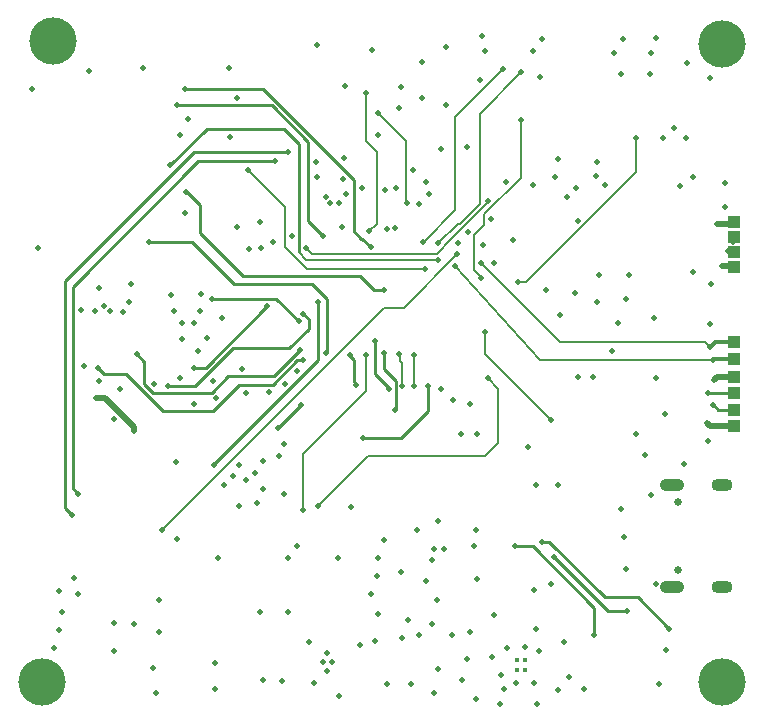
<source format=gbl>
%FSTAX23Y23*%
%MOIN*%
%SFA1B1*%

%IPPOS*%
%AMD104*
4,1,8,-0.035400,0.000000,-0.035400,0.000000,-0.015700,-0.019700,0.015700,-0.019700,0.035400,0.000000,0.035400,0.000000,0.015700,0.019700,-0.015700,0.019700,-0.035400,0.000000,0.0*
1,1,0.039370,-0.015700,0.000000*
1,1,0.039370,-0.015700,0.000000*
1,1,0.039370,0.015700,0.000000*
1,1,0.039370,0.015700,0.000000*
%
%AMD105*
4,1,8,-0.041300,0.000000,-0.041300,0.000000,-0.021700,-0.019700,0.021700,-0.019700,0.041300,0.000000,0.041300,0.000000,0.021700,0.019700,-0.021700,0.019700,-0.041300,0.000000,0.0*
1,1,0.039370,-0.021700,0.000000*
1,1,0.039370,-0.021700,0.000000*
1,1,0.039370,0.021700,0.000000*
1,1,0.039370,0.021700,0.000000*
%
%ADD33R,0.039370X0.039370*%
%ADD95C,0.009843*%
%ADD96C,0.007874*%
%ADD97C,0.019685*%
%ADD102C,0.010000*%
%ADD103C,0.011811*%
G04~CAMADD=104~8~0.0~0.0~393.7~708.7~196.9~0.0~15~0.0~0.0~0.0~0.0~0~0.0~0.0~0.0~0.0~0~0.0~0.0~0.0~90.0~708.0~394.0*
%ADD104D104*%
G04~CAMADD=105~8~0.0~0.0~393.7~826.8~196.9~0.0~15~0.0~0.0~0.0~0.0~0~0.0~0.0~0.0~0.0~0~0.0~0.0~0.0~90.0~827.0~393.0*
%ADD105D105*%
%ADD106C,0.157480*%
%ADD107C,0.019685*%
%ADD108C,0.025591*%
%ADD109C,0.019685*%
%ADD110C,0.015748*%
%LNrelia-1*%
%LPD*%
G54D33*
X02425Y015D03*
Y01135D03*
Y0165D03*
Y0155D03*
Y016D03*
Y01195D03*
Y0108D03*
Y01025D03*
Y0097D03*
Y0125D03*
G54D95*
X01259Y01424D02*
X0126Y01425D01*
X01225Y01424D02*
X01259D01*
X00685Y01395D02*
X009D01*
X00667Y01962D02*
X00924D01*
X00545Y0184D02*
X00667Y01962D01*
X00595Y02095D02*
X00855D01*
X01157Y01792*
X00885Y0204D02*
X01005Y01919D01*
X0057Y0204D02*
X00885D01*
X02345Y01235D02*
X02347D01*
X0234Y0108D02*
X02425D01*
X02355Y0104D02*
X02357D01*
X02372Y01025*
X02425*
X00645Y01615D02*
Y01707D01*
Y01615D02*
X00787Y01472D01*
X00602Y0175D02*
X00645Y01707D01*
X006Y0175D02*
X00602D01*
X01145Y01204D02*
X01159Y0119D01*
X01145Y01204D02*
Y01207D01*
X01159Y01118D02*
X01165Y01112D01*
X01159Y01118D02*
Y0119D01*
X01165Y01109D02*
Y01112D01*
X01005Y01654D02*
X01055Y01605D01*
X01005Y01654D02*
Y01919D01*
X01838Y00521D02*
D01*
X02005Y00355D01*
X01825Y00535D02*
X01838Y00521D01*
X02005Y00355D02*
X0207D01*
X00787Y01472D02*
X01177D01*
X01225Y01424*
X01294Y01025D02*
Y01027D01*
X01297Y01031*
X0126Y0116D02*
X01297Y01122D01*
Y01031D02*
Y01122D01*
X0126Y0116D02*
Y01215D01*
X00475Y01585D02*
X0062D01*
X0102Y01445D02*
X0107Y01395D01*
X0062Y01585D02*
X0076Y01445D01*
X0102*
X01064Y01215D02*
Y01217D01*
X0107Y01223*
Y01395*
X01157Y01622D02*
Y01792D01*
X01186Y01596D02*
X01215Y01568D01*
X01157Y01622D02*
X01183Y01596D01*
X01186*
X01275Y01095D02*
Y01097D01*
X0123Y01143D02*
Y01255D01*
Y01143D02*
X01275Y01097D01*
X00924Y01962D02*
X00975Y01912D01*
Y0155D02*
Y01912D01*
X00692Y00844D02*
X00886Y01038D01*
X00692Y00842D02*
Y00844D01*
X00905Y00964D02*
D01*
X00982Y01042D02*
D01*
X00905Y00964D02*
X00982Y01042D01*
X00886Y01038D02*
X0104Y01192D01*
X00886Y01038D02*
D01*
X0104Y01192D02*
Y01385D01*
X009Y01395D02*
X00975Y0132D01*
X01315Y0093D02*
X01405Y0102D01*
X0119Y0093D02*
X01315D01*
X01405Y0102D02*
Y01105D01*
X0097Y0119D02*
X0099D01*
X00887Y01107D02*
X0097Y0119D01*
X0046Y0111D02*
Y01185D01*
Y0111D02*
X00487Y01082D01*
X00398Y01146D02*
X00522Y01022D01*
X00487Y01082D02*
X00685D01*
X00522Y01022D02*
X00689D01*
X00324Y01146D02*
X00398D01*
X00774Y01107D02*
X00887D01*
X00892Y01137D02*
X0098Y01225D01*
X01007Y01295D02*
Y01327D01*
X0099Y01345D02*
X01007Y01327D01*
X0074Y01137D02*
X00892D01*
X01785Y00585D02*
X0181D01*
X01995Y004D02*
X02105D01*
X0181Y00585D02*
X01995Y004D01*
X02105D02*
X0221Y00295D01*
X01755Y0057D02*
X0196Y00365D01*
X01695Y0057D02*
X01755D01*
X0196Y00275D02*
Y00365D01*
X00305Y01165D02*
X00324Y01146D01*
X00435Y0121D02*
X0046Y01185D01*
X00689Y01022D02*
X00774Y01107D01*
X00685Y01082D02*
X0074Y01137D01*
X0063Y01105D02*
X00755Y0123D01*
X0054Y01105D02*
X0063D01*
X00755Y0123D02*
X00942D01*
X01007Y01295*
X00665Y01165D02*
X0087Y0137D01*
X00625Y01165D02*
X00665D01*
G54D96*
X012Y0192D02*
Y0208D01*
Y0192D02*
X01235Y01885D01*
X01593Y01677D02*
X01715Y01799D01*
Y0199*
X0124Y02015D02*
X01333Y01921D01*
X01495Y02D02*
X01655Y0216D01*
X01495Y0169D02*
Y02D01*
X01503Y01543D02*
X01503D01*
X0126Y01365D02*
X01324D01*
X01503Y01543*
X0178Y0119D02*
X01781D01*
X01495Y01505D02*
X01777Y01192D01*
X0178Y0119*
X00928Y01569D02*
Y01701D01*
X00805Y01825D02*
X00928Y01701D01*
X0052Y00625D02*
X0126Y01365D01*
X01001Y01496D02*
X01393D01*
X00928Y01569D02*
X01001Y01496D01*
X01436Y01546D02*
X01482Y01593D01*
X01018Y01546D02*
X01436D01*
X01393Y01496D02*
X01395Y01495D01*
X01Y01525D02*
X0144D01*
X00975Y0155D02*
X01Y01525D01*
X01333Y01716D02*
Y01921D01*
Y01716D02*
X01335Y01715D01*
X01Y01565D02*
X01018Y01546D01*
X0144Y01581D02*
X01505Y01646D01*
X01438Y01581D02*
X0144D01*
X0139Y01586D02*
X01391D01*
X01495Y0169*
X0136Y01105D02*
Y01207D01*
X012Y01087D02*
Y01207D01*
X01312Y01189D02*
X0132Y01181D01*
X0131Y0121D02*
X01312Y01207D01*
Y01189D02*
Y01207D01*
X0132Y01105D02*
Y01181D01*
X01511Y01646D02*
X01577Y01712D01*
X01505Y01646D02*
X01511D01*
X01482Y01593D02*
Y01595D01*
X01605Y01717*
X01595Y0121D02*
X01815Y0099D01*
X01595Y0121D02*
Y01285D01*
X0099Y00877D02*
X012Y01087D01*
X0099Y0069D02*
Y00877D01*
X01235Y01645D02*
Y01885D01*
X0121Y0162D02*
X01235Y01645D01*
X01593Y01642D02*
Y01677D01*
X01559Y01609D02*
X01593Y01642D01*
X01559Y0149D02*
Y01609D01*
Y0149D02*
X01579Y0147D01*
Y01467D02*
Y0147D01*
Y01467D02*
X01581Y01465D01*
X01605Y01717D02*
Y0172D01*
X01581Y01514D02*
X01846Y0125D01*
X0233*
X01605Y0113D02*
X0164Y01095D01*
Y00915D02*
Y01095D01*
X01595Y0087D02*
X0164Y00915D01*
X01205Y0087D02*
X01595D01*
X0104Y00705D02*
X01205Y0087D01*
X01577Y01712D02*
Y02012D01*
X01715Y0215*
X01706Y01452D02*
X01733D01*
X021Y01819*
Y0193*
X01781Y0119D02*
X02355D01*
X0233Y0125D02*
X02345Y01235D01*
G54D97*
X02385Y01505D02*
X0242D01*
X02425Y015*
X0237Y01135D02*
X02425D01*
X0236Y01125D02*
X0237Y01135D01*
X02335Y0098D02*
X02345Y0097D01*
X02425*
X0242Y01645D02*
X02425Y0165D01*
X0237Y01645D02*
X0242D01*
X00425Y00955D02*
Y00968D01*
X00328Y01065D02*
X00425Y00968D01*
X003Y01065D02*
X00328D01*
G54D102*
X00195Y00699D02*
X0022Y00675D01*
X00195Y00699D02*
Y01455D01*
X00221Y00763D02*
Y01436D01*
X00195Y01455D02*
X00625Y01885D01*
X0094*
X0064Y01855D02*
X00895D01*
X00221Y01436D02*
X0064Y01855D01*
X00221Y00763D02*
X0024Y00745D01*
G54D103*
X02347Y01235D02*
X02362Y0125D01*
X02425*
X02355Y0119D02*
X02357D01*
X02362Y01195*
X02425*
G54D104*
X02385Y00775D03*
Y00435D03*
G54D105*
X0222Y00775D03*
Y00435D03*
G54D106*
X00155Y02255D03*
X00118Y00118D03*
X02384D03*
Y02244D03*
G54D107*
X01085Y00185D03*
X0107Y00215D03*
X01055Y00185D03*
X0107Y00155D03*
G54D108*
X0224Y00718D03*
Y00491D03*
G54D109*
X00585Y01315D03*
X0077Y02065D03*
X00742Y02165D03*
X0124Y02015D03*
X01715Y0199D03*
X0178Y02135D03*
X0158Y02125D03*
X01503Y01543D03*
X01495Y01505D03*
X0126Y01425D03*
X0226Y00845D03*
X0234Y0092D03*
X02345Y0131D03*
X02075Y01475D03*
X01976D03*
X01955Y01135D03*
X01905D03*
X0031Y0143D03*
X00415Y01445D03*
X0041Y01385D03*
X0039Y0135D03*
X00325Y0137D03*
X00295Y01355D03*
X00248Y01359D03*
X00345Y01355D03*
X0065Y0141D03*
X0055Y01407D03*
X0056Y01355D03*
X00645D03*
X00685Y01395D03*
X00718Y01331D03*
X00625Y01315D03*
X0064Y0122D03*
X0067Y01265D03*
X00585Y01261D03*
X017Y00115D03*
X01765Y00294D03*
X01775Y0022D03*
X0173Y00233D03*
X0176Y00115D03*
X01375Y00275D03*
X0142Y0031D03*
X0057Y00595D03*
X0162Y002D03*
X0123Y00255D03*
X0124Y00345D03*
X0127Y0011D03*
X0135D03*
X0144Y0016D03*
X01535Y00195D03*
X0166Y00095D03*
X0227Y0218D03*
X02345Y0213D03*
X02395Y0178D03*
X0219Y0193D03*
X0215Y02215D03*
X02055Y0226D03*
X02025Y02215D03*
X0205Y02145D03*
X01995Y01775D03*
X0197Y0185D03*
X02395Y017D03*
X02385Y01505D03*
X0235Y01445D03*
X0236Y01125D03*
X0229Y01485D03*
X02065Y01395D03*
X0216Y0133D03*
X01785Y0226D03*
X0184Y0186D03*
X01595Y0222D03*
X01755D03*
X01465Y02235D03*
X01535Y019D03*
X01755Y01775D03*
X01615Y0166D03*
X0145Y01895D03*
X0169Y0159D03*
X01845Y0134D03*
X018Y01425D03*
X01504Y0158D03*
X0145Y01095D03*
X0213Y00875D03*
X0215Y0074D03*
X0184Y00775D03*
X01765D03*
X0206Y006D03*
X02065Y00495D03*
X0205Y00695D03*
X02165Y00445D03*
X022Y00225D03*
X02175Y0011D03*
X01925Y00095D03*
X0186Y0025D03*
X01815Y00445D03*
X0176Y00425D03*
X01875Y00135D03*
X0177Y00045D03*
X0157Y00945D03*
Y0046D03*
X01565Y00625D03*
X01625Y0034D03*
X01515Y00945D03*
X0144Y00655D03*
X01435Y0039D03*
X01545Y00285D03*
X01485Y00275D03*
X0167Y0023D03*
X0165Y0014D03*
X0152Y00125D03*
X01565Y0006D03*
X01645Y00045D03*
X01385Y02185D03*
X01315Y021D03*
X0122Y02225D03*
X0131Y0203D03*
X01355Y01824D03*
X014Y01784D03*
X013Y01765D03*
X0124Y0194D03*
X0113Y02105D03*
X01123Y01793D03*
X01035Y018D03*
X01032Y01852D03*
X01295Y0163D03*
X01118Y01633D03*
X00845Y0165D03*
X0077Y01635D03*
X00952Y01605D03*
X00455Y02165D03*
X00605Y01995D03*
X00595Y0168D03*
X00275Y02155D03*
X00105Y01565D03*
X00084Y02095D03*
X0026Y0117D03*
X0137Y00625D03*
X0126Y0059D03*
X014Y00455D03*
X01215Y0041D03*
X01105Y0053D03*
X0097Y0057D03*
X00968Y01153D03*
X0091Y0087D03*
X00925Y00745D03*
X0094Y0053D03*
Y0035D03*
X0134Y00325D03*
X0132Y00265D03*
X0118Y0024D03*
X01425Y0008D03*
X0111Y0007D03*
X0101Y0025D03*
X01025Y00115D03*
X0092Y0012D03*
X00855Y00125D03*
X00785Y0116D03*
X008Y0108D03*
X00835Y00715D03*
X007Y01065D03*
X00625Y01045D03*
X00774Y0084D03*
X00565Y0085D03*
X00775Y00705D03*
X0036Y00995D03*
X00705Y0053D03*
X00845Y0035D03*
X00695Y00095D03*
Y0018D03*
X00225Y00465D03*
X00175Y0042D03*
X0024Y0041D03*
X0036Y0022D03*
X00185Y0035D03*
X01131Y01745D03*
X00805Y01825D03*
X0154Y01619D03*
X0197Y01385D03*
X01395Y01495D03*
X02195Y0101D03*
X02335Y0098D03*
X0237Y01645D03*
X02405Y01555D03*
X02422Y01584D03*
X0234Y0108D03*
X02355Y0104D03*
X02165Y02265D03*
X01585Y0227D03*
X00425Y00955D03*
X003Y01065D03*
X0016Y0023D03*
X00175Y0029D03*
X0057Y0204D03*
X00745Y01935D03*
X00545Y0184D03*
X006Y0175D03*
X0058Y0194D03*
X01165Y01109D03*
X01055Y01605D03*
X01145Y01207D03*
X01965Y01805D03*
X019Y01765D03*
X0187Y01735D03*
X01905Y01655D03*
X0183Y018D03*
X01665Y01785D03*
X01625Y01515D03*
X0159Y01575D03*
X01895Y01415D03*
X0174Y009D03*
X01825Y00535D03*
X0207Y00355D03*
X0156Y0057D03*
X01489Y01059D03*
X01545Y01045D03*
X0146Y0056D03*
X01035Y0224D03*
X01262Y01759D03*
X0141Y01744D03*
X01185Y01765D03*
X01375Y0171D03*
X01268Y01629D03*
X00927Y01112D03*
X01425Y0056D03*
X0142Y00525D03*
X0115Y007D03*
X0089Y01585D03*
X0085Y01565D03*
X0081Y0156D03*
X00875Y01085D03*
X00595Y02095D03*
X01294Y01025D03*
X0126Y01215D03*
X00475Y01585D03*
X01064Y01215D03*
X01275Y01095D03*
X01215Y01568D03*
X0123Y01255D03*
X0144Y01525D03*
X01335Y01715D03*
X0094Y01885D03*
X01Y01565D03*
X01438Y01581D03*
X0139Y01586D03*
X00692Y00842D03*
X00905Y00964D03*
X00982Y01042D03*
X012Y01207D03*
X0136D03*
X0131Y0121D03*
X0104Y01385D03*
X0132Y01105D03*
X0121Y0162D03*
X01605Y0172D03*
X01581Y01514D03*
X01581Y01465D03*
X00491Y0111D03*
X012Y0208D03*
X00725Y00774D03*
X00755Y00804D03*
X01595Y01285D03*
X01815Y0099D03*
X0119Y0093D03*
X01405Y01105D03*
X01605Y0113D03*
X0104Y00705D03*
X0099Y0069D03*
X0098Y01225D03*
X0099Y0119D03*
X01385Y02065D03*
X01465Y0204D03*
X01715Y0215D03*
X01655Y0216D03*
X0136Y01105D03*
X02145Y02145D03*
X02225Y01965D03*
X02265Y0193D03*
X01706Y01452D03*
X021Y0193D03*
X0108Y01715D03*
X00975Y0132D03*
X0099Y01345D03*
X0229Y018D03*
X02245Y0177D03*
X02355Y0119D03*
X02345Y01235D03*
X02165Y0113D03*
X021Y00945D03*
X01785Y00585D03*
X01695Y0057D03*
X0052Y00625D03*
X00305Y01165D03*
X01065Y01735D03*
X00435Y0121D03*
X0031Y0112D03*
X0038Y01095D03*
X00895Y01855D03*
X0024Y00745D03*
X0022Y00675D03*
X0202Y0122D03*
X0087Y0137D03*
X0058Y0113D03*
X0069Y0112D03*
X0054Y01105D03*
X00625Y01165D03*
X008Y0079D03*
X00925Y0091D03*
X01125Y01865D03*
X0111Y01715D03*
X01315Y00485D03*
X0124Y0053D03*
X01235Y0047D03*
X00855Y00855D03*
X0083Y00815D03*
X00855Y0076D03*
X0204Y01315D03*
X0196Y00275D03*
X0221Y00295D03*
X0184Y0009D03*
X005Y0008D03*
X0049Y00165D03*
X0051Y00285D03*
Y0039D03*
X00425Y0031D03*
X0036Y00315D03*
G54D110*
X01701Y00159D03*
X01728Y0019D03*
Y00159D03*
X01701Y0019D03*
M02*
</source>
